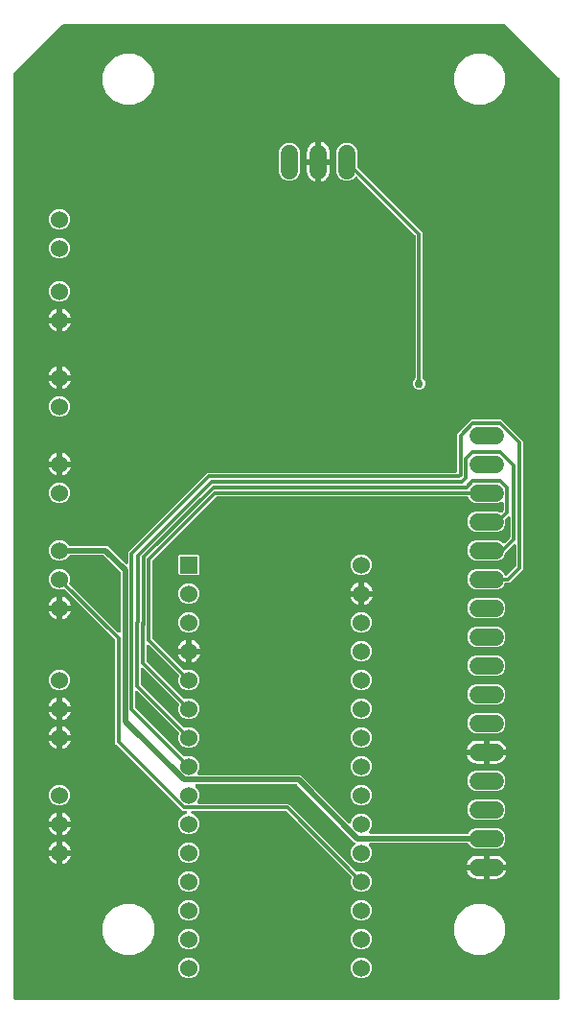
<source format=gbr>
G04 EAGLE Gerber X2 export*
%TF.Part,Single*%
%TF.FileFunction,Copper,L2,Bot,Mixed*%
%TF.FilePolarity,Positive*%
%TF.GenerationSoftware,Autodesk,EAGLE,9.1.1*%
%TF.CreationDate,2018-08-04T18:42:35Z*%
G75*
%MOMM*%
%FSLAX34Y34*%
%LPD*%
%AMOC8*
5,1,8,0,0,1.08239X$1,22.5*%
G01*
%ADD10C,1.524000*%
%ADD11C,1.524000*%
%ADD12R,1.524000X1.524000*%
%ADD13C,0.508000*%
%ADD14C,0.304800*%
%ADD15C,0.756400*%

G36*
X491062Y10164D02*
X491062Y10164D01*
X491088Y10162D01*
X491235Y10184D01*
X491382Y10201D01*
X491407Y10209D01*
X491433Y10213D01*
X491571Y10268D01*
X491710Y10318D01*
X491732Y10332D01*
X491757Y10342D01*
X491878Y10427D01*
X492003Y10507D01*
X492021Y10526D01*
X492043Y10541D01*
X492142Y10651D01*
X492245Y10758D01*
X492259Y10780D01*
X492276Y10800D01*
X492348Y10930D01*
X492424Y11057D01*
X492432Y11082D01*
X492445Y11105D01*
X492485Y11248D01*
X492530Y11389D01*
X492532Y11415D01*
X492540Y11440D01*
X492559Y11684D01*
X492559Y822144D01*
X492545Y822270D01*
X492538Y822396D01*
X492525Y822442D01*
X492519Y822490D01*
X492477Y822609D01*
X492442Y822731D01*
X492418Y822773D01*
X492402Y822818D01*
X492333Y822925D01*
X492272Y823035D01*
X492232Y823081D01*
X492213Y823111D01*
X492178Y823145D01*
X492113Y823221D01*
X445321Y870013D01*
X445222Y870092D01*
X445128Y870176D01*
X445086Y870200D01*
X445048Y870230D01*
X444934Y870284D01*
X444823Y870345D01*
X444777Y870358D01*
X444733Y870379D01*
X444610Y870405D01*
X444488Y870440D01*
X444427Y870445D01*
X444392Y870452D01*
X444344Y870451D01*
X444244Y870459D01*
X53596Y870459D01*
X53470Y870445D01*
X53344Y870438D01*
X53298Y870425D01*
X53250Y870419D01*
X53131Y870377D01*
X53009Y870342D01*
X52967Y870318D01*
X52922Y870302D01*
X52815Y870233D01*
X52705Y870172D01*
X52659Y870132D01*
X52629Y870113D01*
X52595Y870078D01*
X52519Y870013D01*
X10607Y828101D01*
X10528Y828002D01*
X10444Y827908D01*
X10420Y827866D01*
X10390Y827828D01*
X10336Y827714D01*
X10275Y827603D01*
X10262Y827557D01*
X10241Y827513D01*
X10215Y827390D01*
X10180Y827268D01*
X10175Y827207D01*
X10168Y827172D01*
X10169Y827124D01*
X10161Y827024D01*
X10161Y11684D01*
X10164Y11658D01*
X10162Y11632D01*
X10184Y11485D01*
X10201Y11338D01*
X10209Y11313D01*
X10213Y11287D01*
X10268Y11149D01*
X10318Y11010D01*
X10332Y10988D01*
X10342Y10963D01*
X10427Y10842D01*
X10507Y10717D01*
X10526Y10699D01*
X10541Y10677D01*
X10651Y10578D01*
X10758Y10475D01*
X10780Y10461D01*
X10800Y10444D01*
X10930Y10372D01*
X11057Y10296D01*
X11082Y10288D01*
X11105Y10275D01*
X11248Y10235D01*
X11389Y10190D01*
X11415Y10188D01*
X11440Y10180D01*
X11684Y10161D01*
X491036Y10161D01*
X491062Y10164D01*
G37*
%LPC*%
G36*
X315681Y105155D02*
X315681Y105155D01*
X312320Y106548D01*
X309748Y109120D01*
X308355Y112481D01*
X308355Y116119D01*
X308849Y117310D01*
X308870Y117383D01*
X308900Y117454D01*
X308917Y117550D01*
X308944Y117645D01*
X308948Y117721D01*
X308962Y117797D01*
X308956Y117895D01*
X308961Y117993D01*
X308948Y118068D01*
X308944Y118145D01*
X308916Y118239D01*
X308899Y118336D01*
X308868Y118406D01*
X308847Y118480D01*
X308799Y118565D01*
X308760Y118656D01*
X308714Y118717D01*
X308677Y118784D01*
X308580Y118897D01*
X308552Y118935D01*
X308537Y118948D01*
X308518Y118970D01*
X251151Y176337D01*
X251052Y176416D01*
X250958Y176500D01*
X250916Y176524D01*
X250878Y176554D01*
X250764Y176608D01*
X250653Y176669D01*
X250607Y176682D01*
X250563Y176703D01*
X250440Y176729D01*
X250318Y176764D01*
X250257Y176769D01*
X250222Y176776D01*
X250174Y176775D01*
X250074Y176783D01*
X168448Y176783D01*
X168398Y176778D01*
X168348Y176780D01*
X168226Y176758D01*
X168102Y176743D01*
X168055Y176726D01*
X168005Y176717D01*
X167891Y176668D01*
X167774Y176626D01*
X167732Y176599D01*
X167685Y176579D01*
X167586Y176504D01*
X167481Y176437D01*
X167446Y176401D01*
X167406Y176371D01*
X167326Y176276D01*
X167239Y176186D01*
X167213Y176143D01*
X167181Y176105D01*
X167124Y175994D01*
X167060Y175887D01*
X167045Y175839D01*
X167022Y175794D01*
X166992Y175674D01*
X166954Y175555D01*
X166950Y175505D01*
X166938Y175456D01*
X166936Y175332D01*
X166926Y175208D01*
X166933Y175158D01*
X166933Y175108D01*
X166959Y174986D01*
X166978Y174863D01*
X166996Y174816D01*
X167007Y174767D01*
X167060Y174655D01*
X167106Y174539D01*
X167135Y174498D01*
X167157Y174452D01*
X167234Y174355D01*
X167305Y174253D01*
X167343Y174219D01*
X167374Y174180D01*
X167472Y174103D01*
X167564Y174020D01*
X167608Y173995D01*
X167648Y173964D01*
X167865Y173853D01*
X170280Y172853D01*
X172852Y170280D01*
X174245Y166919D01*
X174245Y163281D01*
X172852Y159920D01*
X170280Y157348D01*
X166919Y155955D01*
X163281Y155955D01*
X159920Y157348D01*
X157348Y159920D01*
X155955Y163281D01*
X155955Y166919D01*
X157348Y170280D01*
X159920Y172853D01*
X162335Y173853D01*
X162379Y173877D01*
X162426Y173894D01*
X162531Y173962D01*
X162639Y174022D01*
X162676Y174056D01*
X162719Y174083D01*
X162805Y174173D01*
X162897Y174256D01*
X162926Y174298D01*
X162961Y174334D01*
X163025Y174441D01*
X163096Y174543D01*
X163114Y174590D01*
X163140Y174633D01*
X163178Y174751D01*
X163223Y174867D01*
X163231Y174917D01*
X163246Y174965D01*
X163256Y175089D01*
X163274Y175212D01*
X163270Y175262D01*
X163274Y175312D01*
X163256Y175435D01*
X163245Y175559D01*
X163230Y175607D01*
X163222Y175657D01*
X163176Y175772D01*
X163138Y175891D01*
X163112Y175934D01*
X163094Y175981D01*
X163023Y176083D01*
X162959Y176189D01*
X162923Y176226D01*
X162895Y176267D01*
X162802Y176350D01*
X162716Y176439D01*
X162673Y176467D01*
X162636Y176500D01*
X162527Y176560D01*
X162422Y176628D01*
X162375Y176645D01*
X162331Y176669D01*
X162211Y176703D01*
X162094Y176744D01*
X162044Y176750D01*
X161995Y176764D01*
X161752Y176783D01*
X159418Y176783D01*
X100075Y236126D01*
X100075Y326782D01*
X100061Y326908D01*
X100054Y327034D01*
X100041Y327080D01*
X100035Y327128D01*
X99993Y327247D01*
X99958Y327369D01*
X99934Y327411D01*
X99918Y327457D01*
X99849Y327563D01*
X99788Y327673D01*
X99748Y327719D01*
X99729Y327749D01*
X99694Y327783D01*
X99629Y327859D01*
X55470Y372018D01*
X55410Y372066D01*
X55357Y372121D01*
X55274Y372174D01*
X55197Y372235D01*
X55128Y372268D01*
X55064Y372309D01*
X54971Y372342D01*
X54882Y372384D01*
X54807Y372400D01*
X54735Y372426D01*
X54637Y372437D01*
X54541Y372457D01*
X54465Y372456D01*
X54389Y372465D01*
X54291Y372453D01*
X54193Y372451D01*
X54119Y372433D01*
X54043Y372424D01*
X53901Y372378D01*
X53855Y372366D01*
X53838Y372358D01*
X53810Y372349D01*
X52619Y371855D01*
X48981Y371855D01*
X45620Y373248D01*
X43048Y375820D01*
X41655Y379181D01*
X41655Y382819D01*
X43048Y386180D01*
X45620Y388752D01*
X48981Y390145D01*
X52619Y390145D01*
X55980Y388752D01*
X58552Y386180D01*
X59945Y382819D01*
X59945Y379181D01*
X59451Y377990D01*
X59430Y377917D01*
X59400Y377846D01*
X59383Y377750D01*
X59356Y377655D01*
X59352Y377579D01*
X59338Y377503D01*
X59344Y377405D01*
X59339Y377307D01*
X59352Y377232D01*
X59356Y377155D01*
X59384Y377061D01*
X59401Y376964D01*
X59432Y376894D01*
X59453Y376820D01*
X59501Y376735D01*
X59540Y376644D01*
X59586Y376583D01*
X59623Y376516D01*
X59720Y376403D01*
X59748Y376365D01*
X59763Y376352D01*
X59782Y376330D01*
X102047Y334065D01*
X102125Y334002D01*
X102198Y333932D01*
X102262Y333894D01*
X102320Y333848D01*
X102411Y333805D01*
X102497Y333754D01*
X102568Y333731D01*
X102635Y333699D01*
X102733Y333678D01*
X102829Y333647D01*
X102903Y333641D01*
X102976Y333626D01*
X103076Y333627D01*
X103176Y333619D01*
X103250Y333630D01*
X103324Y333632D01*
X103421Y333656D01*
X103521Y333671D01*
X103590Y333699D01*
X103662Y333717D01*
X103752Y333763D01*
X103845Y333800D01*
X103906Y333842D01*
X103972Y333876D01*
X104049Y333942D01*
X104131Y333999D01*
X104181Y334054D01*
X104237Y334102D01*
X104297Y334183D01*
X104364Y334258D01*
X104400Y334323D01*
X104445Y334382D01*
X104484Y334475D01*
X104533Y334563D01*
X104553Y334634D01*
X104583Y334702D01*
X104600Y334801D01*
X104628Y334898D01*
X104636Y334998D01*
X104644Y335045D01*
X104642Y335081D01*
X104647Y335142D01*
X104647Y386813D01*
X104633Y386939D01*
X104626Y387065D01*
X104613Y387112D01*
X104607Y387160D01*
X104565Y387279D01*
X104530Y387400D01*
X104506Y387442D01*
X104490Y387488D01*
X104421Y387594D01*
X104360Y387704D01*
X104320Y387750D01*
X104301Y387780D01*
X104266Y387814D01*
X104201Y387890D01*
X90202Y401889D01*
X90103Y401968D01*
X90010Y402052D01*
X89967Y402076D01*
X89929Y402106D01*
X89815Y402160D01*
X89705Y402221D01*
X89658Y402234D01*
X89614Y402255D01*
X89491Y402281D01*
X89369Y402316D01*
X89308Y402321D01*
X89274Y402328D01*
X89226Y402327D01*
X89125Y402335D01*
X60032Y402335D01*
X59956Y402327D01*
X59880Y402328D01*
X59784Y402307D01*
X59686Y402295D01*
X59614Y402270D01*
X59539Y402253D01*
X59451Y402211D01*
X59358Y402178D01*
X59294Y402136D01*
X59225Y402104D01*
X59148Y402042D01*
X59065Y401989D01*
X59012Y401934D01*
X58952Y401886D01*
X58891Y401809D01*
X58823Y401738D01*
X58784Y401673D01*
X58736Y401613D01*
X58668Y401480D01*
X58644Y401439D01*
X58638Y401421D01*
X58625Y401395D01*
X58553Y401220D01*
X55980Y398648D01*
X52619Y397255D01*
X48981Y397255D01*
X45620Y398648D01*
X43048Y401220D01*
X41655Y404581D01*
X41655Y408219D01*
X43048Y411580D01*
X45620Y414152D01*
X48981Y415545D01*
X52619Y415545D01*
X55980Y414152D01*
X58553Y411580D01*
X58625Y411405D01*
X58662Y411338D01*
X58690Y411267D01*
X58747Y411186D01*
X58794Y411100D01*
X58846Y411044D01*
X58889Y410981D01*
X58962Y410915D01*
X59028Y410842D01*
X59091Y410799D01*
X59148Y410748D01*
X59234Y410700D01*
X59315Y410644D01*
X59386Y410616D01*
X59453Y410579D01*
X59548Y410552D01*
X59639Y410516D01*
X59715Y410505D01*
X59789Y410484D01*
X59937Y410472D01*
X59984Y410465D01*
X60003Y410467D01*
X60032Y410465D01*
X93124Y410465D01*
X108651Y394937D01*
X108729Y394875D01*
X108802Y394805D01*
X108866Y394767D01*
X108924Y394721D01*
X109015Y394678D01*
X109101Y394626D01*
X109172Y394604D01*
X109239Y394572D01*
X109337Y394551D01*
X109433Y394520D01*
X109507Y394514D01*
X109580Y394499D01*
X109680Y394500D01*
X109780Y394492D01*
X109854Y394503D01*
X109928Y394505D01*
X110025Y394529D01*
X110125Y394544D01*
X110194Y394571D01*
X110266Y394590D01*
X110356Y394636D01*
X110449Y394673D01*
X110510Y394715D01*
X110576Y394749D01*
X110653Y394814D01*
X110735Y394872D01*
X110785Y394927D01*
X110841Y394975D01*
X110901Y395056D01*
X110968Y395130D01*
X111004Y395195D01*
X111049Y395255D01*
X111088Y395347D01*
X111137Y395435D01*
X111157Y395507D01*
X111187Y395575D01*
X111204Y395674D01*
X111232Y395771D01*
X111240Y395871D01*
X111248Y395918D01*
X111246Y395954D01*
X111251Y396015D01*
X111251Y405123D01*
X181109Y474981D01*
X400468Y474981D01*
X400494Y474984D01*
X400520Y474982D01*
X400667Y475004D01*
X400814Y475021D01*
X400839Y475029D01*
X400865Y475033D01*
X401003Y475088D01*
X401142Y475138D01*
X401164Y475152D01*
X401189Y475162D01*
X401310Y475247D01*
X401435Y475327D01*
X401453Y475346D01*
X401475Y475361D01*
X401574Y475471D01*
X401677Y475578D01*
X401691Y475600D01*
X401708Y475620D01*
X401780Y475750D01*
X401856Y475877D01*
X401864Y475902D01*
X401877Y475925D01*
X401917Y476068D01*
X401962Y476209D01*
X401964Y476235D01*
X401972Y476260D01*
X401991Y476504D01*
X401991Y509110D01*
X404223Y511342D01*
X412366Y519485D01*
X414598Y521717D01*
X441202Y521717D01*
X443434Y519485D01*
X458017Y504902D01*
X460249Y502670D01*
X460249Y389897D01*
X448303Y377951D01*
X445173Y377951D01*
X445097Y377943D01*
X445021Y377944D01*
X444925Y377923D01*
X444827Y377911D01*
X444755Y377886D01*
X444680Y377869D01*
X444592Y377827D01*
X444499Y377794D01*
X444435Y377752D01*
X444366Y377720D01*
X444289Y377658D01*
X444206Y377605D01*
X444153Y377550D01*
X444093Y377502D01*
X444032Y377425D01*
X443964Y377354D01*
X443925Y377289D01*
X443877Y377229D01*
X443809Y377095D01*
X443785Y377055D01*
X443779Y377037D01*
X443766Y377011D01*
X443273Y375820D01*
X440700Y373248D01*
X437339Y371855D01*
X418461Y371855D01*
X415100Y373248D01*
X412528Y375820D01*
X411135Y379181D01*
X411135Y382819D01*
X412528Y386180D01*
X415100Y388752D01*
X418461Y390145D01*
X437339Y390145D01*
X440700Y388752D01*
X443273Y386180D01*
X443758Y385008D01*
X443831Y384877D01*
X443900Y384743D01*
X443915Y384725D01*
X443927Y384703D01*
X444028Y384592D01*
X444126Y384478D01*
X444145Y384463D01*
X444161Y384445D01*
X444285Y384360D01*
X444406Y384270D01*
X444428Y384261D01*
X444448Y384247D01*
X444588Y384192D01*
X444726Y384132D01*
X444750Y384128D01*
X444772Y384119D01*
X444921Y384097D01*
X445069Y384071D01*
X445093Y384072D01*
X445117Y384069D01*
X445267Y384081D01*
X445417Y384089D01*
X445440Y384095D01*
X445464Y384097D01*
X445607Y384144D01*
X445752Y384185D01*
X445773Y384197D01*
X445796Y384205D01*
X445925Y384282D01*
X446056Y384355D01*
X446078Y384374D01*
X446095Y384384D01*
X446129Y384417D01*
X446242Y384514D01*
X453705Y391977D01*
X453784Y392076D01*
X453868Y392170D01*
X453892Y392212D01*
X453922Y392250D01*
X453976Y392364D01*
X454037Y392475D01*
X454050Y392521D01*
X454071Y392565D01*
X454097Y392688D01*
X454132Y392810D01*
X454137Y392871D01*
X454144Y392906D01*
X454143Y392954D01*
X454151Y393054D01*
X454151Y410602D01*
X454140Y410702D01*
X454138Y410802D01*
X454120Y410875D01*
X454111Y410948D01*
X454078Y411043D01*
X454053Y411140D01*
X454019Y411207D01*
X453994Y411277D01*
X453939Y411361D01*
X453893Y411450D01*
X453845Y411507D01*
X453805Y411569D01*
X453733Y411639D01*
X453668Y411716D01*
X453608Y411760D01*
X453554Y411812D01*
X453468Y411863D01*
X453387Y411923D01*
X453319Y411952D01*
X453255Y411990D01*
X453159Y412021D01*
X453067Y412061D01*
X452994Y412074D01*
X452923Y412097D01*
X452823Y412105D01*
X452724Y412122D01*
X452650Y412119D01*
X452576Y412125D01*
X452476Y412110D01*
X452376Y412105D01*
X452305Y412084D01*
X452231Y412073D01*
X452138Y412036D01*
X452041Y412008D01*
X451976Y411972D01*
X451907Y411944D01*
X451825Y411887D01*
X451737Y411838D01*
X451661Y411773D01*
X451621Y411745D01*
X451597Y411719D01*
X451551Y411679D01*
X445455Y405583D01*
X445029Y405157D01*
X445028Y405156D01*
X445026Y405155D01*
X444917Y405017D01*
X444812Y404884D01*
X444812Y404883D01*
X444810Y404881D01*
X444699Y404663D01*
X443273Y401220D01*
X440700Y398648D01*
X437339Y397255D01*
X418461Y397255D01*
X415100Y398648D01*
X412528Y401220D01*
X411135Y404581D01*
X411135Y408219D01*
X412528Y411580D01*
X415100Y414152D01*
X418461Y415545D01*
X437339Y415545D01*
X440700Y414153D01*
X441973Y412879D01*
X441994Y412863D01*
X442011Y412843D01*
X442130Y412755D01*
X442246Y412663D01*
X442270Y412651D01*
X442291Y412636D01*
X442427Y412577D01*
X442562Y412514D01*
X442587Y412508D01*
X442611Y412498D01*
X442757Y412471D01*
X442902Y412440D01*
X442928Y412441D01*
X442954Y412436D01*
X443103Y412444D01*
X443251Y412446D01*
X443276Y412453D01*
X443302Y412454D01*
X443445Y412495D01*
X443589Y412531D01*
X443612Y412543D01*
X443637Y412551D01*
X443767Y412623D01*
X443898Y412691D01*
X443918Y412708D01*
X443941Y412721D01*
X444128Y412879D01*
X448625Y417377D01*
X448704Y417476D01*
X448788Y417570D01*
X448812Y417612D01*
X448842Y417650D01*
X448896Y417764D01*
X448957Y417875D01*
X448970Y417921D01*
X448991Y417965D01*
X449017Y418088D01*
X449052Y418210D01*
X449057Y418271D01*
X449064Y418306D01*
X449063Y418354D01*
X449071Y418454D01*
X449071Y435166D01*
X449069Y435185D01*
X449070Y435200D01*
X449060Y435271D01*
X449058Y435366D01*
X449040Y435439D01*
X449031Y435512D01*
X448998Y435607D01*
X448973Y435704D01*
X448939Y435771D01*
X448914Y435841D01*
X448859Y435925D01*
X448813Y436014D01*
X448765Y436071D01*
X448725Y436133D01*
X448653Y436203D01*
X448588Y436280D01*
X448528Y436324D01*
X448474Y436376D01*
X448388Y436427D01*
X448307Y436487D01*
X448239Y436516D01*
X448175Y436554D01*
X448079Y436585D01*
X447987Y436625D01*
X447914Y436638D01*
X447843Y436661D01*
X447743Y436669D01*
X447644Y436686D01*
X447570Y436683D01*
X447496Y436689D01*
X447396Y436674D01*
X447296Y436669D01*
X447225Y436648D01*
X447151Y436637D01*
X447058Y436600D01*
X446961Y436572D01*
X446896Y436536D01*
X446827Y436508D01*
X446745Y436451D01*
X446657Y436402D01*
X446581Y436337D01*
X446572Y436331D01*
X446562Y436324D01*
X446561Y436323D01*
X446541Y436309D01*
X446517Y436283D01*
X446471Y436243D01*
X445111Y434883D01*
X445032Y434784D01*
X444948Y434690D01*
X444924Y434648D01*
X444894Y434610D01*
X444840Y434496D01*
X444779Y434385D01*
X444766Y434339D01*
X444745Y434295D01*
X444719Y434172D01*
X444684Y434050D01*
X444679Y433989D01*
X444672Y433955D01*
X444673Y433907D01*
X444665Y433806D01*
X444665Y429981D01*
X443272Y426620D01*
X440700Y424048D01*
X437339Y422655D01*
X418461Y422655D01*
X415100Y424048D01*
X412528Y426620D01*
X411135Y429981D01*
X411135Y433619D01*
X412528Y436980D01*
X415100Y439552D01*
X418461Y440945D01*
X437339Y440945D01*
X440083Y439808D01*
X440156Y439787D01*
X440226Y439757D01*
X440323Y439740D01*
X440418Y439713D01*
X440494Y439709D01*
X440569Y439695D01*
X440668Y439700D01*
X440766Y439696D01*
X440841Y439709D01*
X440918Y439713D01*
X441012Y439740D01*
X441109Y439758D01*
X441179Y439789D01*
X441252Y439810D01*
X441338Y439858D01*
X441429Y439897D01*
X441490Y439943D01*
X441557Y439980D01*
X441646Y440056D01*
X441658Y440064D01*
X441671Y440077D01*
X441708Y440105D01*
X441721Y440120D01*
X441743Y440138D01*
X442693Y441089D01*
X442772Y441188D01*
X442856Y441282D01*
X442880Y441324D01*
X442910Y441362D01*
X442964Y441476D01*
X443025Y441587D01*
X443038Y441633D01*
X443059Y441677D01*
X443085Y441800D01*
X443120Y441922D01*
X443125Y441983D01*
X443132Y442018D01*
X443131Y442066D01*
X443139Y442166D01*
X443139Y448209D01*
X443128Y448309D01*
X443126Y448410D01*
X443108Y448482D01*
X443099Y448555D01*
X443065Y448650D01*
X443041Y448748D01*
X443007Y448814D01*
X442982Y448884D01*
X442927Y448968D01*
X442881Y449058D01*
X442833Y449114D01*
X442793Y449176D01*
X442720Y449246D01*
X442655Y449323D01*
X442596Y449367D01*
X442542Y449419D01*
X442456Y449470D01*
X442375Y449530D01*
X442307Y449559D01*
X442243Y449597D01*
X442147Y449628D01*
X442055Y449668D01*
X441982Y449681D01*
X441911Y449704D01*
X441811Y449712D01*
X441712Y449729D01*
X441638Y449726D01*
X441564Y449732D01*
X441464Y449717D01*
X441364Y449711D01*
X441293Y449691D01*
X441219Y449680D01*
X441126Y449643D01*
X441029Y449615D01*
X440964Y449579D01*
X440895Y449551D01*
X440814Y449495D01*
X437339Y448055D01*
X418461Y448055D01*
X415100Y449448D01*
X412527Y452020D01*
X412034Y453211D01*
X411997Y453278D01*
X411969Y453349D01*
X411913Y453430D01*
X411865Y453516D01*
X411813Y453572D01*
X411770Y453635D01*
X411697Y453701D01*
X411631Y453774D01*
X411568Y453817D01*
X411511Y453868D01*
X411425Y453916D01*
X411344Y453972D01*
X411273Y454000D01*
X411206Y454037D01*
X411111Y454064D01*
X411020Y454100D01*
X410944Y454111D01*
X410871Y454132D01*
X410722Y454144D01*
X410675Y454151D01*
X410656Y454149D01*
X410627Y454151D01*
X189854Y454151D01*
X189728Y454137D01*
X189602Y454130D01*
X189556Y454117D01*
X189508Y454111D01*
X189389Y454069D01*
X189267Y454034D01*
X189225Y454010D01*
X189179Y453994D01*
X189073Y453925D01*
X188963Y453864D01*
X188917Y453824D01*
X188887Y453805D01*
X188853Y453770D01*
X188777Y453705D01*
X133035Y397963D01*
X132956Y397864D01*
X132872Y397770D01*
X132848Y397728D01*
X132818Y397690D01*
X132764Y397576D01*
X132703Y397465D01*
X132690Y397419D01*
X132669Y397375D01*
X132643Y397252D01*
X132608Y397130D01*
X132603Y397069D01*
X132596Y397035D01*
X132597Y396987D01*
X132589Y396886D01*
X132589Y329554D01*
X132603Y329428D01*
X132610Y329302D01*
X132623Y329256D01*
X132629Y329208D01*
X132671Y329089D01*
X132706Y328967D01*
X132730Y328925D01*
X132746Y328879D01*
X132815Y328773D01*
X132876Y328663D01*
X132916Y328617D01*
X132935Y328587D01*
X132970Y328553D01*
X133035Y328477D01*
X160430Y301082D01*
X160490Y301034D01*
X160543Y300979D01*
X160626Y300926D01*
X160703Y300865D01*
X160772Y300832D01*
X160836Y300791D01*
X160929Y300758D01*
X161018Y300716D01*
X161093Y300700D01*
X161165Y300674D01*
X161263Y300663D01*
X161359Y300643D01*
X161435Y300644D01*
X161511Y300635D01*
X161609Y300647D01*
X161707Y300649D01*
X161781Y300667D01*
X161857Y300676D01*
X161999Y300722D01*
X162045Y300734D01*
X162062Y300742D01*
X162090Y300751D01*
X163281Y301245D01*
X166919Y301245D01*
X170280Y299852D01*
X172852Y297280D01*
X174245Y293919D01*
X174245Y290281D01*
X172852Y286920D01*
X170280Y284348D01*
X166919Y282955D01*
X163281Y282955D01*
X159920Y284348D01*
X157348Y286920D01*
X155955Y290281D01*
X155955Y293919D01*
X156449Y295110D01*
X156470Y295183D01*
X156500Y295254D01*
X156517Y295350D01*
X156544Y295445D01*
X156548Y295521D01*
X156562Y295597D01*
X156556Y295695D01*
X156561Y295793D01*
X156548Y295868D01*
X156544Y295945D01*
X156516Y296039D01*
X156499Y296136D01*
X156468Y296206D01*
X156447Y296280D01*
X156399Y296365D01*
X156360Y296456D01*
X156314Y296517D01*
X156277Y296584D01*
X156180Y296697D01*
X156152Y296735D01*
X156137Y296748D01*
X156118Y296770D01*
X130109Y322779D01*
X130031Y322842D01*
X129958Y322912D01*
X129894Y322950D01*
X129836Y322996D01*
X129745Y323039D01*
X129659Y323090D01*
X129588Y323113D01*
X129521Y323145D01*
X129423Y323166D01*
X129327Y323197D01*
X129253Y323203D01*
X129180Y323218D01*
X129080Y323217D01*
X128980Y323225D01*
X128906Y323214D01*
X128832Y323212D01*
X128735Y323188D01*
X128635Y323173D01*
X128566Y323145D01*
X128494Y323127D01*
X128404Y323081D01*
X128311Y323044D01*
X128250Y323002D01*
X128184Y322968D01*
X128107Y322902D01*
X128025Y322845D01*
X127975Y322790D01*
X127919Y322742D01*
X127859Y322661D01*
X127792Y322586D01*
X127756Y322521D01*
X127711Y322462D01*
X127672Y322369D01*
X127623Y322281D01*
X127603Y322210D01*
X127573Y322142D01*
X127556Y322043D01*
X127528Y321946D01*
X127520Y321846D01*
X127512Y321799D01*
X127514Y321763D01*
X127509Y321702D01*
X127509Y309234D01*
X127523Y309108D01*
X127530Y308982D01*
X127543Y308936D01*
X127549Y308888D01*
X127591Y308769D01*
X127626Y308647D01*
X127650Y308605D01*
X127666Y308559D01*
X127735Y308453D01*
X127796Y308343D01*
X127836Y308297D01*
X127855Y308267D01*
X127890Y308233D01*
X127955Y308157D01*
X160430Y275682D01*
X160490Y275634D01*
X160543Y275579D01*
X160626Y275526D01*
X160703Y275465D01*
X160772Y275432D01*
X160836Y275391D01*
X160929Y275358D01*
X161018Y275316D01*
X161093Y275300D01*
X161165Y275274D01*
X161263Y275263D01*
X161359Y275243D01*
X161435Y275244D01*
X161511Y275235D01*
X161609Y275247D01*
X161707Y275249D01*
X161781Y275267D01*
X161857Y275276D01*
X161999Y275322D01*
X162045Y275334D01*
X162062Y275342D01*
X162090Y275351D01*
X163281Y275845D01*
X166919Y275845D01*
X170280Y274452D01*
X172852Y271880D01*
X174245Y268519D01*
X174245Y264881D01*
X172852Y261520D01*
X170280Y258948D01*
X166919Y257555D01*
X163281Y257555D01*
X159920Y258948D01*
X157348Y261520D01*
X155955Y264881D01*
X155955Y268519D01*
X156449Y269710D01*
X156470Y269784D01*
X156500Y269854D01*
X156517Y269950D01*
X156544Y270045D01*
X156548Y270121D01*
X156562Y270197D01*
X156556Y270295D01*
X156561Y270393D01*
X156548Y270468D01*
X156544Y270545D01*
X156516Y270639D01*
X156499Y270736D01*
X156468Y270806D01*
X156447Y270880D01*
X156399Y270965D01*
X156360Y271056D01*
X156314Y271117D01*
X156277Y271184D01*
X156180Y271298D01*
X156152Y271335D01*
X156137Y271348D01*
X156118Y271370D01*
X125029Y302459D01*
X124951Y302522D01*
X124878Y302592D01*
X124814Y302630D01*
X124756Y302676D01*
X124665Y302719D01*
X124579Y302770D01*
X124508Y302793D01*
X124441Y302825D01*
X124343Y302846D01*
X124247Y302877D01*
X124173Y302883D01*
X124100Y302898D01*
X124000Y302897D01*
X123900Y302905D01*
X123826Y302894D01*
X123752Y302892D01*
X123655Y302868D01*
X123555Y302853D01*
X123486Y302825D01*
X123414Y302807D01*
X123324Y302761D01*
X123231Y302724D01*
X123170Y302682D01*
X123104Y302648D01*
X123027Y302582D01*
X122945Y302525D01*
X122895Y302470D01*
X122839Y302422D01*
X122779Y302341D01*
X122712Y302266D01*
X122676Y302201D01*
X122631Y302142D01*
X122592Y302049D01*
X122543Y301961D01*
X122523Y301890D01*
X122493Y301822D01*
X122476Y301723D01*
X122448Y301626D01*
X122440Y301526D01*
X122432Y301479D01*
X122434Y301443D01*
X122429Y301382D01*
X122429Y288914D01*
X122432Y288888D01*
X122430Y288863D01*
X122444Y288765D01*
X122450Y288662D01*
X122463Y288616D01*
X122469Y288568D01*
X122478Y288542D01*
X122481Y288519D01*
X122517Y288430D01*
X122546Y288327D01*
X122570Y288285D01*
X122586Y288239D01*
X122602Y288215D01*
X122610Y288195D01*
X122663Y288119D01*
X122716Y288023D01*
X122756Y287977D01*
X122775Y287947D01*
X122798Y287925D01*
X122809Y287909D01*
X122829Y287890D01*
X122875Y287837D01*
X160430Y250282D01*
X160490Y250234D01*
X160543Y250179D01*
X160626Y250126D01*
X160703Y250065D01*
X160772Y250032D01*
X160836Y249991D01*
X160929Y249958D01*
X161018Y249916D01*
X161093Y249900D01*
X161165Y249874D01*
X161263Y249863D01*
X161359Y249843D01*
X161435Y249844D01*
X161511Y249835D01*
X161609Y249847D01*
X161707Y249849D01*
X161781Y249867D01*
X161857Y249876D01*
X161999Y249922D01*
X162045Y249934D01*
X162062Y249942D01*
X162090Y249951D01*
X163281Y250445D01*
X166919Y250445D01*
X170280Y249052D01*
X172852Y246480D01*
X174245Y243119D01*
X174245Y239481D01*
X172852Y236120D01*
X170280Y233548D01*
X166919Y232155D01*
X163281Y232155D01*
X159920Y233548D01*
X157348Y236120D01*
X155955Y239481D01*
X155955Y243119D01*
X156449Y244310D01*
X156470Y244383D01*
X156500Y244454D01*
X156517Y244550D01*
X156544Y244645D01*
X156548Y244721D01*
X156562Y244797D01*
X156556Y244895D01*
X156561Y244993D01*
X156548Y245068D01*
X156544Y245145D01*
X156516Y245239D01*
X156499Y245336D01*
X156468Y245406D01*
X156447Y245480D01*
X156399Y245565D01*
X156360Y245656D01*
X156314Y245717D01*
X156277Y245784D01*
X156180Y245897D01*
X156152Y245935D01*
X156137Y245948D01*
X156118Y245970D01*
X119949Y282139D01*
X119871Y282202D01*
X119798Y282272D01*
X119734Y282310D01*
X119676Y282356D01*
X119585Y282399D01*
X119499Y282450D01*
X119428Y282473D01*
X119361Y282505D01*
X119263Y282526D01*
X119167Y282557D01*
X119093Y282563D01*
X119020Y282578D01*
X118920Y282577D01*
X118820Y282585D01*
X118746Y282574D01*
X118672Y282572D01*
X118575Y282548D01*
X118475Y282533D01*
X118406Y282505D01*
X118334Y282487D01*
X118244Y282441D01*
X118151Y282404D01*
X118090Y282362D01*
X118024Y282328D01*
X117947Y282262D01*
X117865Y282205D01*
X117815Y282150D01*
X117759Y282102D01*
X117699Y282021D01*
X117632Y281946D01*
X117596Y281881D01*
X117551Y281822D01*
X117512Y281729D01*
X117463Y281641D01*
X117443Y281570D01*
X117413Y281502D01*
X117396Y281403D01*
X117368Y281306D01*
X117360Y281206D01*
X117352Y281159D01*
X117354Y281123D01*
X117349Y281062D01*
X117349Y268594D01*
X117363Y268468D01*
X117370Y268342D01*
X117383Y268296D01*
X117389Y268248D01*
X117431Y268129D01*
X117466Y268007D01*
X117490Y267965D01*
X117506Y267919D01*
X117575Y267813D01*
X117636Y267703D01*
X117676Y267657D01*
X117695Y267627D01*
X117730Y267593D01*
X117795Y267517D01*
X160430Y224882D01*
X160490Y224834D01*
X160543Y224779D01*
X160626Y224726D01*
X160703Y224665D01*
X160772Y224632D01*
X160836Y224591D01*
X160929Y224558D01*
X161018Y224516D01*
X161093Y224500D01*
X161165Y224474D01*
X161263Y224463D01*
X161359Y224443D01*
X161435Y224444D01*
X161511Y224435D01*
X161609Y224447D01*
X161707Y224449D01*
X161781Y224467D01*
X161857Y224476D01*
X161999Y224522D01*
X162045Y224534D01*
X162062Y224542D01*
X162090Y224551D01*
X163281Y225045D01*
X166919Y225045D01*
X170280Y223652D01*
X172852Y221080D01*
X174245Y217719D01*
X174245Y214081D01*
X172816Y210632D01*
X172797Y210608D01*
X172754Y210517D01*
X172703Y210431D01*
X172680Y210361D01*
X172648Y210293D01*
X172627Y210195D01*
X172596Y210099D01*
X172590Y210025D01*
X172575Y209953D01*
X172576Y209852D01*
X172568Y209752D01*
X172579Y209678D01*
X172581Y209604D01*
X172605Y209507D01*
X172620Y209407D01*
X172648Y209338D01*
X172666Y209266D01*
X172712Y209177D01*
X172749Y209083D01*
X172791Y209022D01*
X172825Y208956D01*
X172890Y208880D01*
X172948Y208797D01*
X173003Y208747D01*
X173051Y208691D01*
X173132Y208631D01*
X173207Y208564D01*
X173271Y208528D01*
X173331Y208484D01*
X173423Y208444D01*
X173512Y208395D01*
X173583Y208375D01*
X173651Y208346D01*
X173750Y208328D01*
X173847Y208300D01*
X173947Y208292D01*
X173994Y208284D01*
X174030Y208286D01*
X174091Y208281D01*
X263544Y208281D01*
X266371Y205454D01*
X305755Y166070D01*
X305833Y166007D01*
X305906Y165938D01*
X305970Y165899D01*
X306028Y165853D01*
X306119Y165810D01*
X306205Y165759D01*
X306276Y165736D01*
X306343Y165704D01*
X306441Y165683D01*
X306537Y165653D01*
X306611Y165647D01*
X306684Y165631D01*
X306784Y165633D01*
X306884Y165625D01*
X306958Y165636D01*
X307032Y165637D01*
X307129Y165661D01*
X307229Y165676D01*
X307298Y165704D01*
X307370Y165722D01*
X307460Y165768D01*
X307553Y165805D01*
X307614Y165847D01*
X307680Y165881D01*
X307757Y165947D01*
X307839Y166004D01*
X307889Y166059D01*
X307945Y166107D01*
X308005Y166188D01*
X308072Y166263D01*
X308108Y166328D01*
X308153Y166388D01*
X308192Y166480D01*
X308241Y166568D01*
X308261Y166639D01*
X308291Y166708D01*
X308308Y166805D01*
X309748Y170280D01*
X312320Y172852D01*
X315681Y174245D01*
X319319Y174245D01*
X322680Y172852D01*
X325252Y170280D01*
X326645Y166919D01*
X326645Y163281D01*
X325253Y159920D01*
X324398Y159065D01*
X324335Y158986D01*
X324265Y158914D01*
X324227Y158850D01*
X324181Y158792D01*
X324138Y158701D01*
X324087Y158615D01*
X324064Y158544D01*
X324032Y158477D01*
X324011Y158379D01*
X323980Y158283D01*
X323974Y158209D01*
X323959Y158136D01*
X323960Y158036D01*
X323952Y157936D01*
X323963Y157862D01*
X323965Y157788D01*
X323989Y157691D01*
X324004Y157591D01*
X324032Y157522D01*
X324050Y157450D01*
X324096Y157361D01*
X324133Y157267D01*
X324175Y157206D01*
X324209Y157140D01*
X324274Y157064D01*
X324332Y156981D01*
X324387Y156931D01*
X324435Y156875D01*
X324516Y156815D01*
X324591Y156748D01*
X324656Y156712D01*
X324715Y156667D01*
X324808Y156628D01*
X324896Y156579D01*
X324967Y156559D01*
X325035Y156529D01*
X325134Y156512D01*
X325231Y156484D01*
X325331Y156476D01*
X325378Y156468D01*
X325414Y156470D01*
X325475Y156465D01*
X411048Y156465D01*
X411124Y156473D01*
X411200Y156472D01*
X411296Y156493D01*
X411394Y156505D01*
X411466Y156530D01*
X411541Y156547D01*
X411629Y156589D01*
X411722Y156622D01*
X411786Y156664D01*
X411855Y156696D01*
X411932Y156758D01*
X412015Y156811D01*
X412068Y156866D01*
X412128Y156914D01*
X412189Y156991D01*
X412257Y157062D01*
X412296Y157127D01*
X412344Y157187D01*
X412412Y157320D01*
X412436Y157361D01*
X412442Y157379D01*
X412455Y157405D01*
X412527Y157580D01*
X415100Y160152D01*
X418461Y161545D01*
X437339Y161545D01*
X440700Y160152D01*
X443272Y157580D01*
X444665Y154219D01*
X444665Y150581D01*
X443272Y147220D01*
X440700Y144648D01*
X437339Y143255D01*
X418461Y143255D01*
X415100Y144648D01*
X412527Y147220D01*
X412455Y147395D01*
X412418Y147462D01*
X412390Y147533D01*
X412333Y147614D01*
X412286Y147700D01*
X412234Y147756D01*
X412191Y147819D01*
X412118Y147885D01*
X412052Y147958D01*
X411989Y148001D01*
X411932Y148052D01*
X411846Y148100D01*
X411765Y148156D01*
X411694Y148184D01*
X411627Y148221D01*
X411532Y148248D01*
X411441Y148284D01*
X411365Y148295D01*
X411291Y148316D01*
X411143Y148328D01*
X411096Y148335D01*
X411077Y148333D01*
X411048Y148335D01*
X325475Y148335D01*
X325375Y148324D01*
X325275Y148322D01*
X325202Y148304D01*
X325129Y148295D01*
X325034Y148261D01*
X324937Y148237D01*
X324871Y148203D01*
X324800Y148178D01*
X324716Y148123D01*
X324627Y148077D01*
X324570Y148029D01*
X324508Y147989D01*
X324438Y147917D01*
X324361Y147852D01*
X324317Y147792D01*
X324265Y147738D01*
X324214Y147652D01*
X324154Y147571D01*
X324125Y147503D01*
X324087Y147439D01*
X324056Y147343D01*
X324016Y147251D01*
X324003Y147178D01*
X323980Y147107D01*
X323972Y147007D01*
X323955Y146908D01*
X323958Y146834D01*
X323952Y146760D01*
X323967Y146660D01*
X323972Y146560D01*
X323993Y146489D01*
X324004Y146415D01*
X324041Y146322D01*
X324069Y146225D01*
X324105Y146160D01*
X324133Y146091D01*
X324190Y146009D01*
X324239Y145921D01*
X324304Y145845D01*
X324332Y145805D01*
X324358Y145781D01*
X324398Y145735D01*
X325253Y144880D01*
X326645Y141519D01*
X326645Y137881D01*
X325252Y134520D01*
X322680Y131948D01*
X319319Y130555D01*
X315681Y130555D01*
X312320Y131948D01*
X309748Y134520D01*
X308355Y137881D01*
X308355Y141519D01*
X309747Y144880D01*
X311521Y146653D01*
X311537Y146674D01*
X311557Y146691D01*
X311645Y146810D01*
X311737Y146926D01*
X311748Y146950D01*
X311764Y146971D01*
X311823Y147107D01*
X311886Y147241D01*
X311892Y147267D01*
X311902Y147291D01*
X311928Y147437D01*
X311959Y147582D01*
X311959Y147608D01*
X311964Y147634D01*
X311956Y147783D01*
X311953Y147930D01*
X311947Y147956D01*
X311946Y147982D01*
X311905Y148125D01*
X311868Y148268D01*
X311856Y148292D01*
X311849Y148317D01*
X311777Y148447D01*
X311709Y148578D01*
X311692Y148598D01*
X311679Y148621D01*
X311521Y148807D01*
X260623Y199705D01*
X260524Y199784D01*
X260430Y199868D01*
X260388Y199892D01*
X260350Y199922D01*
X260236Y199976D01*
X260125Y200037D01*
X260078Y200050D01*
X260035Y200071D01*
X259911Y200097D01*
X259789Y200132D01*
X259729Y200137D01*
X259694Y200144D01*
X259646Y200143D01*
X259546Y200151D01*
X172059Y200151D01*
X171959Y200140D01*
X171859Y200138D01*
X171786Y200120D01*
X171713Y200111D01*
X171618Y200078D01*
X171521Y200053D01*
X171454Y200019D01*
X171384Y199994D01*
X171300Y199939D01*
X171211Y199893D01*
X171154Y199845D01*
X171092Y199805D01*
X171022Y199733D01*
X170945Y199668D01*
X170901Y199608D01*
X170849Y199554D01*
X170798Y199468D01*
X170738Y199387D01*
X170709Y199319D01*
X170671Y199255D01*
X170640Y199159D01*
X170600Y199067D01*
X170587Y198994D01*
X170564Y198923D01*
X170556Y198823D01*
X170539Y198724D01*
X170542Y198650D01*
X170536Y198576D01*
X170551Y198476D01*
X170556Y198376D01*
X170577Y198305D01*
X170588Y198231D01*
X170625Y198138D01*
X170653Y198041D01*
X170689Y197976D01*
X170717Y197907D01*
X170774Y197825D01*
X170823Y197737D01*
X170888Y197661D01*
X170916Y197621D01*
X170942Y197597D01*
X170982Y197551D01*
X172853Y195680D01*
X174245Y192319D01*
X174245Y188681D01*
X172816Y185232D01*
X172797Y185208D01*
X172754Y185117D01*
X172703Y185031D01*
X172680Y184961D01*
X172648Y184893D01*
X172627Y184795D01*
X172596Y184699D01*
X172590Y184625D01*
X172575Y184553D01*
X172576Y184452D01*
X172568Y184352D01*
X172579Y184278D01*
X172581Y184204D01*
X172605Y184107D01*
X172620Y184007D01*
X172648Y183938D01*
X172666Y183866D01*
X172712Y183777D01*
X172749Y183683D01*
X172791Y183622D01*
X172825Y183556D01*
X172890Y183480D01*
X172948Y183397D01*
X173003Y183347D01*
X173051Y183291D01*
X173132Y183231D01*
X173207Y183164D01*
X173271Y183128D01*
X173331Y183084D01*
X173423Y183044D01*
X173512Y182995D01*
X173583Y182975D01*
X173651Y182946D01*
X173750Y182928D01*
X173847Y182900D01*
X173947Y182892D01*
X173994Y182884D01*
X174030Y182886D01*
X174091Y182881D01*
X253231Y182881D01*
X312830Y123282D01*
X312890Y123234D01*
X312943Y123179D01*
X313026Y123126D01*
X313103Y123065D01*
X313172Y123032D01*
X313236Y122991D01*
X313329Y122958D01*
X313418Y122916D01*
X313493Y122900D01*
X313565Y122874D01*
X313663Y122863D01*
X313759Y122843D01*
X313835Y122844D01*
X313911Y122835D01*
X314009Y122847D01*
X314107Y122849D01*
X314181Y122867D01*
X314257Y122876D01*
X314399Y122922D01*
X314445Y122934D01*
X314462Y122942D01*
X314490Y122951D01*
X315681Y123445D01*
X319319Y123445D01*
X322680Y122052D01*
X325252Y119480D01*
X326645Y116119D01*
X326645Y112481D01*
X325252Y109120D01*
X322680Y106548D01*
X319319Y105155D01*
X315681Y105155D01*
G37*
%LPD*%
%LPC*%
G36*
X367244Y548413D02*
X367244Y548413D01*
X365294Y549221D01*
X363801Y550714D01*
X362993Y552664D01*
X362993Y554776D01*
X363801Y556726D01*
X364805Y557730D01*
X364884Y557829D01*
X364968Y557923D01*
X364992Y557965D01*
X365022Y558003D01*
X365076Y558117D01*
X365137Y558228D01*
X365150Y558274D01*
X365171Y558318D01*
X365197Y558441D01*
X365232Y558563D01*
X365237Y558624D01*
X365244Y558659D01*
X365243Y558707D01*
X365251Y558807D01*
X365251Y683906D01*
X365237Y684032D01*
X365230Y684158D01*
X365217Y684204D01*
X365211Y684252D01*
X365169Y684371D01*
X365134Y684493D01*
X365110Y684535D01*
X365094Y684581D01*
X365025Y684687D01*
X364964Y684797D01*
X364924Y684843D01*
X364905Y684873D01*
X364870Y684907D01*
X364805Y684983D01*
X313998Y735791D01*
X313977Y735807D01*
X313960Y735827D01*
X313841Y735915D01*
X313725Y736007D01*
X313701Y736019D01*
X313680Y736034D01*
X313544Y736093D01*
X313410Y736156D01*
X313384Y736162D01*
X313360Y736172D01*
X313214Y736199D01*
X313069Y736230D01*
X313043Y736229D01*
X313017Y736234D01*
X312868Y736226D01*
X312720Y736224D01*
X312695Y736217D01*
X312669Y736216D01*
X312526Y736175D01*
X312382Y736139D01*
X312359Y736127D01*
X312334Y736119D01*
X312204Y736047D01*
X312073Y735979D01*
X312053Y735962D01*
X312030Y735949D01*
X311843Y735791D01*
X309980Y733927D01*
X306619Y732535D01*
X302981Y732535D01*
X299620Y733928D01*
X297048Y736500D01*
X295655Y739861D01*
X295655Y758739D01*
X297048Y762100D01*
X299620Y764672D01*
X302981Y766065D01*
X306619Y766065D01*
X309980Y764672D01*
X312552Y762100D01*
X313945Y758739D01*
X313945Y745098D01*
X313959Y744972D01*
X313966Y744846D01*
X313979Y744800D01*
X313985Y744752D01*
X314027Y744633D01*
X314062Y744511D01*
X314086Y744469D01*
X314102Y744423D01*
X314171Y744317D01*
X314232Y744207D01*
X314272Y744161D01*
X314291Y744131D01*
X314326Y744097D01*
X314391Y744021D01*
X371349Y687063D01*
X371349Y558807D01*
X371363Y558681D01*
X371370Y558555D01*
X371383Y558509D01*
X371389Y558461D01*
X371431Y558342D01*
X371466Y558220D01*
X371490Y558178D01*
X371506Y558133D01*
X371575Y558027D01*
X371636Y557916D01*
X371676Y557870D01*
X371695Y557840D01*
X371730Y557806D01*
X371795Y557730D01*
X372799Y556726D01*
X373607Y554776D01*
X373607Y552664D01*
X372799Y550714D01*
X371306Y549221D01*
X369356Y548413D01*
X367244Y548413D01*
G37*
%LPD*%
%LPC*%
G36*
X417192Y799339D02*
X417192Y799339D01*
X408864Y802789D01*
X402489Y809164D01*
X399039Y817492D01*
X399039Y826508D01*
X402489Y834836D01*
X408864Y841211D01*
X417192Y844661D01*
X426208Y844661D01*
X434536Y841211D01*
X440911Y834836D01*
X444361Y826508D01*
X444361Y817492D01*
X440911Y809164D01*
X434536Y802789D01*
X426208Y799339D01*
X417192Y799339D01*
G37*
%LPD*%
%LPC*%
G36*
X107192Y799339D02*
X107192Y799339D01*
X98864Y802789D01*
X92489Y809164D01*
X89039Y817492D01*
X89039Y826508D01*
X92489Y834836D01*
X98864Y841211D01*
X107192Y844661D01*
X116208Y844661D01*
X124536Y841211D01*
X130911Y834836D01*
X134361Y826508D01*
X134361Y817492D01*
X130911Y809164D01*
X124536Y802789D01*
X116208Y799339D01*
X107192Y799339D01*
G37*
%LPD*%
%LPC*%
G36*
X107192Y49339D02*
X107192Y49339D01*
X98864Y52789D01*
X92489Y59164D01*
X89039Y67492D01*
X89039Y76508D01*
X92489Y84836D01*
X98864Y91211D01*
X107192Y94661D01*
X116208Y94661D01*
X124536Y91211D01*
X130911Y84836D01*
X134361Y76508D01*
X134361Y67492D01*
X130911Y59164D01*
X124536Y52789D01*
X116208Y49339D01*
X107192Y49339D01*
G37*
%LPD*%
%LPC*%
G36*
X417192Y49339D02*
X417192Y49339D01*
X408864Y52789D01*
X402489Y59164D01*
X399039Y67492D01*
X399039Y76508D01*
X402489Y84836D01*
X408864Y91211D01*
X417192Y94661D01*
X426208Y94661D01*
X434536Y91211D01*
X440911Y84836D01*
X444361Y76508D01*
X444361Y67492D01*
X440911Y59164D01*
X434536Y52789D01*
X426208Y49339D01*
X417192Y49339D01*
G37*
%LPD*%
%LPC*%
G36*
X418461Y168655D02*
X418461Y168655D01*
X415100Y170048D01*
X412528Y172620D01*
X411135Y175981D01*
X411135Y179619D01*
X412528Y182980D01*
X415100Y185552D01*
X418461Y186945D01*
X437339Y186945D01*
X440700Y185552D01*
X443272Y182980D01*
X444665Y179619D01*
X444665Y175981D01*
X443272Y172620D01*
X440700Y170048D01*
X437339Y168655D01*
X418461Y168655D01*
G37*
%LPD*%
%LPC*%
G36*
X252181Y732535D02*
X252181Y732535D01*
X248820Y733928D01*
X246248Y736500D01*
X244855Y739861D01*
X244855Y758739D01*
X246248Y762100D01*
X248820Y764672D01*
X252181Y766065D01*
X255819Y766065D01*
X259180Y764672D01*
X261752Y762100D01*
X263145Y758739D01*
X263145Y739861D01*
X261752Y736500D01*
X259180Y733928D01*
X255819Y732535D01*
X252181Y732535D01*
G37*
%LPD*%
%LPC*%
G36*
X418461Y194055D02*
X418461Y194055D01*
X415100Y195448D01*
X412528Y198020D01*
X411135Y201381D01*
X411135Y205019D01*
X412528Y208380D01*
X415100Y210952D01*
X418461Y212345D01*
X437339Y212345D01*
X440700Y210952D01*
X443272Y208380D01*
X444665Y205019D01*
X444665Y201381D01*
X443272Y198020D01*
X440700Y195448D01*
X437339Y194055D01*
X418461Y194055D01*
G37*
%LPD*%
%LPC*%
G36*
X418461Y270255D02*
X418461Y270255D01*
X415100Y271648D01*
X412528Y274220D01*
X411135Y277581D01*
X411135Y281219D01*
X412528Y284580D01*
X415100Y287152D01*
X418461Y288545D01*
X437339Y288545D01*
X440700Y287152D01*
X443272Y284580D01*
X444665Y281219D01*
X444665Y277581D01*
X443272Y274220D01*
X440700Y271648D01*
X437339Y270255D01*
X418461Y270255D01*
G37*
%LPD*%
%LPC*%
G36*
X418461Y295655D02*
X418461Y295655D01*
X415100Y297048D01*
X412528Y299620D01*
X411135Y302981D01*
X411135Y306619D01*
X412528Y309980D01*
X415100Y312552D01*
X418461Y313945D01*
X437339Y313945D01*
X440700Y312552D01*
X443272Y309980D01*
X444665Y306619D01*
X444665Y302981D01*
X443272Y299620D01*
X440700Y297048D01*
X437339Y295655D01*
X418461Y295655D01*
G37*
%LPD*%
%LPC*%
G36*
X418461Y321055D02*
X418461Y321055D01*
X415100Y322448D01*
X412528Y325020D01*
X411135Y328381D01*
X411135Y332019D01*
X412528Y335380D01*
X415100Y337952D01*
X418461Y339345D01*
X437339Y339345D01*
X440700Y337952D01*
X443272Y335380D01*
X444665Y332019D01*
X444665Y328381D01*
X443272Y325020D01*
X440700Y322448D01*
X437339Y321055D01*
X418461Y321055D01*
G37*
%LPD*%
%LPC*%
G36*
X418461Y244855D02*
X418461Y244855D01*
X415100Y246248D01*
X412528Y248820D01*
X411135Y252181D01*
X411135Y255819D01*
X412528Y259180D01*
X415100Y261752D01*
X418461Y263145D01*
X437339Y263145D01*
X440700Y261752D01*
X443272Y259180D01*
X444665Y255819D01*
X444665Y252181D01*
X443272Y248820D01*
X440700Y246248D01*
X437339Y244855D01*
X418461Y244855D01*
G37*
%LPD*%
%LPC*%
G36*
X418461Y346455D02*
X418461Y346455D01*
X415100Y347848D01*
X412528Y350420D01*
X411135Y353781D01*
X411135Y357419D01*
X412528Y360780D01*
X415100Y363352D01*
X418461Y364745D01*
X437339Y364745D01*
X440700Y363352D01*
X443272Y360780D01*
X444665Y357419D01*
X444665Y353781D01*
X443272Y350420D01*
X440700Y347848D01*
X437339Y346455D01*
X418461Y346455D01*
G37*
%LPD*%
%LPC*%
G36*
X156848Y384555D02*
X156848Y384555D01*
X155955Y385448D01*
X155955Y401952D01*
X156848Y402845D01*
X173352Y402845D01*
X174245Y401952D01*
X174245Y385448D01*
X173352Y384555D01*
X156848Y384555D01*
G37*
%LPD*%
%LPC*%
G36*
X163281Y54355D02*
X163281Y54355D01*
X159920Y55748D01*
X157348Y58320D01*
X155955Y61681D01*
X155955Y65319D01*
X157348Y68680D01*
X159920Y71252D01*
X163281Y72645D01*
X166919Y72645D01*
X170280Y71252D01*
X172852Y68680D01*
X174245Y65319D01*
X174245Y61681D01*
X172852Y58320D01*
X170280Y55748D01*
X166919Y54355D01*
X163281Y54355D01*
G37*
%LPD*%
%LPC*%
G36*
X315681Y28955D02*
X315681Y28955D01*
X312320Y30348D01*
X309748Y32920D01*
X308355Y36281D01*
X308355Y39919D01*
X309748Y43280D01*
X312320Y45852D01*
X315681Y47245D01*
X319319Y47245D01*
X322680Y45852D01*
X325252Y43280D01*
X326645Y39919D01*
X326645Y36281D01*
X325252Y32920D01*
X322680Y30348D01*
X319319Y28955D01*
X315681Y28955D01*
G37*
%LPD*%
%LPC*%
G36*
X315681Y333755D02*
X315681Y333755D01*
X312320Y335148D01*
X309748Y337720D01*
X308355Y341081D01*
X308355Y344719D01*
X309748Y348080D01*
X312320Y350652D01*
X315681Y352045D01*
X319319Y352045D01*
X322680Y350652D01*
X325252Y348080D01*
X326645Y344719D01*
X326645Y341081D01*
X325252Y337720D01*
X322680Y335148D01*
X319319Y333755D01*
X315681Y333755D01*
G37*
%LPD*%
%LPC*%
G36*
X163281Y333755D02*
X163281Y333755D01*
X159920Y335148D01*
X157348Y337720D01*
X155955Y341081D01*
X155955Y344719D01*
X157348Y348080D01*
X159920Y350652D01*
X163281Y352045D01*
X166919Y352045D01*
X170280Y350652D01*
X172852Y348080D01*
X174245Y344719D01*
X174245Y341081D01*
X172852Y337720D01*
X170280Y335148D01*
X166919Y333755D01*
X163281Y333755D01*
G37*
%LPD*%
%LPC*%
G36*
X48981Y689355D02*
X48981Y689355D01*
X45620Y690748D01*
X43048Y693320D01*
X41655Y696681D01*
X41655Y700319D01*
X43048Y703680D01*
X45620Y706252D01*
X48981Y707645D01*
X52619Y707645D01*
X55980Y706252D01*
X58552Y703680D01*
X59945Y700319D01*
X59945Y696681D01*
X58552Y693320D01*
X55980Y690748D01*
X52619Y689355D01*
X48981Y689355D01*
G37*
%LPD*%
%LPC*%
G36*
X48981Y663955D02*
X48981Y663955D01*
X45620Y665348D01*
X43048Y667920D01*
X41655Y671281D01*
X41655Y674919D01*
X43048Y678280D01*
X45620Y680852D01*
X48981Y682245D01*
X52619Y682245D01*
X55980Y680852D01*
X58552Y678280D01*
X59945Y674919D01*
X59945Y671281D01*
X58552Y667920D01*
X55980Y665348D01*
X52619Y663955D01*
X48981Y663955D01*
G37*
%LPD*%
%LPC*%
G36*
X48981Y625855D02*
X48981Y625855D01*
X45620Y627248D01*
X43048Y629820D01*
X41655Y633181D01*
X41655Y636819D01*
X43048Y640180D01*
X45620Y642752D01*
X48981Y644145D01*
X52619Y644145D01*
X55980Y642752D01*
X58552Y640180D01*
X59945Y636819D01*
X59945Y633181D01*
X58552Y629820D01*
X55980Y627248D01*
X52619Y625855D01*
X48981Y625855D01*
G37*
%LPD*%
%LPC*%
G36*
X315681Y308355D02*
X315681Y308355D01*
X312320Y309748D01*
X309748Y312320D01*
X308355Y315681D01*
X308355Y319319D01*
X309748Y322680D01*
X312320Y325252D01*
X315681Y326645D01*
X319319Y326645D01*
X322680Y325252D01*
X325252Y322680D01*
X326645Y319319D01*
X326645Y315681D01*
X325252Y312320D01*
X322680Y309748D01*
X319319Y308355D01*
X315681Y308355D01*
G37*
%LPD*%
%LPC*%
G36*
X163281Y28955D02*
X163281Y28955D01*
X159920Y30348D01*
X157348Y32920D01*
X155955Y36281D01*
X155955Y39919D01*
X157348Y43280D01*
X159920Y45852D01*
X163281Y47245D01*
X166919Y47245D01*
X170280Y45852D01*
X172852Y43280D01*
X174245Y39919D01*
X174245Y36281D01*
X172852Y32920D01*
X170280Y30348D01*
X166919Y28955D01*
X163281Y28955D01*
G37*
%LPD*%
%LPC*%
G36*
X48981Y282955D02*
X48981Y282955D01*
X45620Y284348D01*
X43048Y286920D01*
X41655Y290281D01*
X41655Y293919D01*
X43048Y297280D01*
X45620Y299852D01*
X48981Y301245D01*
X52619Y301245D01*
X55980Y299852D01*
X58552Y297280D01*
X59945Y293919D01*
X59945Y290281D01*
X58552Y286920D01*
X55980Y284348D01*
X52619Y282955D01*
X48981Y282955D01*
G37*
%LPD*%
%LPC*%
G36*
X315681Y282955D02*
X315681Y282955D01*
X312320Y284348D01*
X309748Y286920D01*
X308355Y290281D01*
X308355Y293919D01*
X309748Y297280D01*
X312320Y299852D01*
X315681Y301245D01*
X319319Y301245D01*
X322680Y299852D01*
X325252Y297280D01*
X326645Y293919D01*
X326645Y290281D01*
X325252Y286920D01*
X322680Y284348D01*
X319319Y282955D01*
X315681Y282955D01*
G37*
%LPD*%
%LPC*%
G36*
X315681Y257555D02*
X315681Y257555D01*
X312320Y258948D01*
X309748Y261520D01*
X308355Y264881D01*
X308355Y268519D01*
X309748Y271880D01*
X312320Y274452D01*
X315681Y275845D01*
X319319Y275845D01*
X322680Y274452D01*
X325252Y271880D01*
X326645Y268519D01*
X326645Y264881D01*
X325252Y261520D01*
X322680Y258948D01*
X319319Y257555D01*
X315681Y257555D01*
G37*
%LPD*%
%LPC*%
G36*
X315681Y232155D02*
X315681Y232155D01*
X312320Y233548D01*
X309748Y236120D01*
X308355Y239481D01*
X308355Y243119D01*
X309748Y246480D01*
X312320Y249052D01*
X315681Y250445D01*
X319319Y250445D01*
X322680Y249052D01*
X325252Y246480D01*
X326645Y243119D01*
X326645Y239481D01*
X325252Y236120D01*
X322680Y233548D01*
X319319Y232155D01*
X315681Y232155D01*
G37*
%LPD*%
%LPC*%
G36*
X315681Y206755D02*
X315681Y206755D01*
X312320Y208148D01*
X309748Y210720D01*
X308355Y214081D01*
X308355Y217719D01*
X309748Y221080D01*
X312320Y223652D01*
X315681Y225045D01*
X319319Y225045D01*
X322680Y223652D01*
X325252Y221080D01*
X326645Y217719D01*
X326645Y214081D01*
X325252Y210720D01*
X322680Y208148D01*
X319319Y206755D01*
X315681Y206755D01*
G37*
%LPD*%
%LPC*%
G36*
X315681Y181355D02*
X315681Y181355D01*
X312320Y182748D01*
X309748Y185320D01*
X308355Y188681D01*
X308355Y192319D01*
X309748Y195680D01*
X312320Y198252D01*
X315681Y199645D01*
X319319Y199645D01*
X322680Y198252D01*
X325252Y195680D01*
X326645Y192319D01*
X326645Y188681D01*
X325252Y185320D01*
X322680Y182748D01*
X319319Y181355D01*
X315681Y181355D01*
G37*
%LPD*%
%LPC*%
G36*
X48981Y524255D02*
X48981Y524255D01*
X45620Y525648D01*
X43048Y528220D01*
X41655Y531581D01*
X41655Y535219D01*
X43048Y538580D01*
X45620Y541152D01*
X48981Y542545D01*
X52619Y542545D01*
X55980Y541152D01*
X58552Y538580D01*
X59945Y535219D01*
X59945Y531581D01*
X58552Y528220D01*
X55980Y525648D01*
X52619Y524255D01*
X48981Y524255D01*
G37*
%LPD*%
%LPC*%
G36*
X48981Y181355D02*
X48981Y181355D01*
X45620Y182748D01*
X43048Y185320D01*
X41655Y188681D01*
X41655Y192319D01*
X43048Y195680D01*
X45620Y198252D01*
X48981Y199645D01*
X52619Y199645D01*
X55980Y198252D01*
X58552Y195680D01*
X59945Y192319D01*
X59945Y188681D01*
X58552Y185320D01*
X55980Y182748D01*
X52619Y181355D01*
X48981Y181355D01*
G37*
%LPD*%
%LPC*%
G36*
X163281Y130555D02*
X163281Y130555D01*
X159920Y131948D01*
X157348Y134520D01*
X155955Y137881D01*
X155955Y141519D01*
X157348Y144880D01*
X159920Y147452D01*
X163281Y148845D01*
X166919Y148845D01*
X170280Y147452D01*
X172852Y144880D01*
X174245Y141519D01*
X174245Y137881D01*
X172852Y134520D01*
X170280Y131948D01*
X166919Y130555D01*
X163281Y130555D01*
G37*
%LPD*%
%LPC*%
G36*
X163281Y105155D02*
X163281Y105155D01*
X159920Y106548D01*
X157348Y109120D01*
X155955Y112481D01*
X155955Y116119D01*
X157348Y119480D01*
X159920Y122052D01*
X163281Y123445D01*
X166919Y123445D01*
X170280Y122052D01*
X172852Y119480D01*
X174245Y116119D01*
X174245Y112481D01*
X172852Y109120D01*
X170280Y106548D01*
X166919Y105155D01*
X163281Y105155D01*
G37*
%LPD*%
%LPC*%
G36*
X315681Y79755D02*
X315681Y79755D01*
X312320Y81148D01*
X309748Y83720D01*
X308355Y87081D01*
X308355Y90719D01*
X309748Y94080D01*
X312320Y96652D01*
X315681Y98045D01*
X319319Y98045D01*
X322680Y96652D01*
X325252Y94080D01*
X326645Y90719D01*
X326645Y87081D01*
X325252Y83720D01*
X322680Y81148D01*
X319319Y79755D01*
X315681Y79755D01*
G37*
%LPD*%
%LPC*%
G36*
X48981Y448055D02*
X48981Y448055D01*
X45620Y449448D01*
X43048Y452020D01*
X41655Y455381D01*
X41655Y459019D01*
X43048Y462380D01*
X45620Y464952D01*
X48981Y466345D01*
X52619Y466345D01*
X55980Y464952D01*
X58552Y462380D01*
X59945Y459019D01*
X59945Y455381D01*
X58552Y452020D01*
X55980Y449448D01*
X52619Y448055D01*
X48981Y448055D01*
G37*
%LPD*%
%LPC*%
G36*
X315681Y384555D02*
X315681Y384555D01*
X312320Y385948D01*
X309748Y388520D01*
X308355Y391881D01*
X308355Y395519D01*
X309748Y398880D01*
X312320Y401452D01*
X315681Y402845D01*
X319319Y402845D01*
X322680Y401452D01*
X325252Y398880D01*
X326645Y395519D01*
X326645Y391881D01*
X325252Y388520D01*
X322680Y385948D01*
X319319Y384555D01*
X315681Y384555D01*
G37*
%LPD*%
%LPC*%
G36*
X163281Y79755D02*
X163281Y79755D01*
X159920Y81148D01*
X157348Y83720D01*
X155955Y87081D01*
X155955Y90719D01*
X157348Y94080D01*
X159920Y96652D01*
X163281Y98045D01*
X166919Y98045D01*
X170280Y96652D01*
X172852Y94080D01*
X174245Y90719D01*
X174245Y87081D01*
X172852Y83720D01*
X170280Y81148D01*
X166919Y79755D01*
X163281Y79755D01*
G37*
%LPD*%
%LPC*%
G36*
X315681Y54355D02*
X315681Y54355D01*
X312320Y55748D01*
X309748Y58320D01*
X308355Y61681D01*
X308355Y65319D01*
X309748Y68680D01*
X312320Y71252D01*
X315681Y72645D01*
X319319Y72645D01*
X322680Y71252D01*
X325252Y68680D01*
X326645Y65319D01*
X326645Y61681D01*
X325252Y58320D01*
X322680Y55748D01*
X319319Y54355D01*
X315681Y54355D01*
G37*
%LPD*%
%LPC*%
G36*
X163281Y359155D02*
X163281Y359155D01*
X159920Y360548D01*
X157348Y363120D01*
X155955Y366481D01*
X155955Y370119D01*
X157348Y373480D01*
X159920Y376052D01*
X163281Y377445D01*
X166919Y377445D01*
X170280Y376052D01*
X172852Y373480D01*
X174245Y370119D01*
X174245Y366481D01*
X172852Y363120D01*
X170280Y360548D01*
X166919Y359155D01*
X163281Y359155D01*
G37*
%LPD*%
%LPC*%
G36*
X281939Y751839D02*
X281939Y751839D01*
X281939Y766779D01*
X283300Y766336D01*
X284725Y765610D01*
X286019Y764670D01*
X287150Y763539D01*
X288090Y762245D01*
X288816Y760820D01*
X289311Y759299D01*
X289561Y757720D01*
X289561Y751839D01*
X281939Y751839D01*
G37*
%LPD*%
%LPC*%
G36*
X430439Y129539D02*
X430439Y129539D01*
X430439Y137161D01*
X436320Y137161D01*
X437899Y136911D01*
X439420Y136416D01*
X440845Y135690D01*
X442139Y134750D01*
X443270Y133619D01*
X444210Y132325D01*
X444936Y130900D01*
X445379Y129539D01*
X430439Y129539D01*
G37*
%LPD*%
%LPC*%
G36*
X430439Y231139D02*
X430439Y231139D01*
X430439Y238761D01*
X436320Y238761D01*
X437899Y238511D01*
X439420Y238016D01*
X440845Y237290D01*
X442139Y236350D01*
X443270Y235219D01*
X444210Y233925D01*
X444936Y232500D01*
X445379Y231139D01*
X430439Y231139D01*
G37*
%LPD*%
%LPC*%
G36*
X410421Y129539D02*
X410421Y129539D01*
X410864Y130900D01*
X411590Y132325D01*
X412530Y133619D01*
X413661Y134750D01*
X414955Y135690D01*
X416380Y136416D01*
X417901Y136911D01*
X419480Y137161D01*
X425361Y137161D01*
X425361Y129539D01*
X410421Y129539D01*
G37*
%LPD*%
%LPC*%
G36*
X410421Y231139D02*
X410421Y231139D01*
X410864Y232500D01*
X411590Y233925D01*
X412530Y235219D01*
X413661Y236350D01*
X414955Y237290D01*
X416380Y238016D01*
X417901Y238511D01*
X419480Y238761D01*
X425361Y238761D01*
X425361Y231139D01*
X410421Y231139D01*
G37*
%LPD*%
%LPC*%
G36*
X281939Y746761D02*
X281939Y746761D01*
X289561Y746761D01*
X289561Y740880D01*
X289311Y739301D01*
X288816Y737780D01*
X288090Y736355D01*
X287150Y735061D01*
X286019Y733930D01*
X284725Y732990D01*
X283300Y732264D01*
X281939Y731821D01*
X281939Y746761D01*
G37*
%LPD*%
%LPC*%
G36*
X269239Y751839D02*
X269239Y751839D01*
X269239Y757720D01*
X269489Y759299D01*
X269984Y760820D01*
X270710Y762245D01*
X271650Y763539D01*
X272781Y764670D01*
X274075Y765610D01*
X275500Y766336D01*
X276861Y766779D01*
X276861Y751839D01*
X269239Y751839D01*
G37*
%LPD*%
%LPC*%
G36*
X430439Y218439D02*
X430439Y218439D01*
X430439Y226061D01*
X445379Y226061D01*
X444936Y224700D01*
X444210Y223275D01*
X443270Y221981D01*
X442139Y220850D01*
X440845Y219910D01*
X439420Y219184D01*
X437899Y218689D01*
X436320Y218439D01*
X430439Y218439D01*
G37*
%LPD*%
%LPC*%
G36*
X430439Y116839D02*
X430439Y116839D01*
X430439Y124461D01*
X445379Y124461D01*
X444936Y123100D01*
X444210Y121675D01*
X443270Y120381D01*
X442139Y119250D01*
X440845Y118310D01*
X439420Y117584D01*
X437899Y117089D01*
X436320Y116839D01*
X430439Y116839D01*
G37*
%LPD*%
%LPC*%
G36*
X275500Y732264D02*
X275500Y732264D01*
X274075Y732990D01*
X272781Y733930D01*
X271650Y735061D01*
X270710Y736355D01*
X269984Y737780D01*
X269489Y739301D01*
X269239Y740880D01*
X269239Y746761D01*
X276861Y746761D01*
X276861Y731821D01*
X275500Y732264D01*
G37*
%LPD*%
%LPC*%
G36*
X419480Y218439D02*
X419480Y218439D01*
X417901Y218689D01*
X416380Y219184D01*
X414955Y219910D01*
X413661Y220850D01*
X412530Y221981D01*
X411590Y223275D01*
X410864Y224700D01*
X410421Y226061D01*
X425361Y226061D01*
X425361Y218439D01*
X419480Y218439D01*
G37*
%LPD*%
%LPC*%
G36*
X419480Y116839D02*
X419480Y116839D01*
X417901Y117089D01*
X416380Y117584D01*
X414955Y118310D01*
X413661Y119250D01*
X412530Y120381D01*
X411590Y121675D01*
X410864Y123100D01*
X410421Y124461D01*
X425361Y124461D01*
X425361Y116839D01*
X419480Y116839D01*
G37*
%LPD*%
%LPC*%
G36*
X53339Y612139D02*
X53339Y612139D01*
X53339Y619459D01*
X54700Y619016D01*
X56125Y618290D01*
X57419Y617350D01*
X58550Y616219D01*
X59490Y614925D01*
X60216Y613500D01*
X60659Y612139D01*
X53339Y612139D01*
G37*
%LPD*%
%LPC*%
G36*
X320039Y370839D02*
X320039Y370839D01*
X320039Y378159D01*
X321400Y377716D01*
X322825Y376990D01*
X324119Y376050D01*
X325250Y374919D01*
X326190Y373625D01*
X326916Y372200D01*
X327359Y370839D01*
X320039Y370839D01*
G37*
%LPD*%
%LPC*%
G36*
X53339Y167639D02*
X53339Y167639D01*
X53339Y174959D01*
X54700Y174516D01*
X56125Y173790D01*
X57419Y172850D01*
X58550Y171719D01*
X59490Y170425D01*
X60216Y169000D01*
X60659Y167639D01*
X53339Y167639D01*
G37*
%LPD*%
%LPC*%
G36*
X53339Y561339D02*
X53339Y561339D01*
X53339Y568659D01*
X54700Y568216D01*
X56125Y567490D01*
X57419Y566550D01*
X58550Y565419D01*
X59490Y564125D01*
X60216Y562700D01*
X60659Y561339D01*
X53339Y561339D01*
G37*
%LPD*%
%LPC*%
G36*
X53339Y485139D02*
X53339Y485139D01*
X53339Y492459D01*
X54700Y492016D01*
X56125Y491290D01*
X57419Y490350D01*
X58550Y489219D01*
X59490Y487925D01*
X60216Y486500D01*
X60659Y485139D01*
X53339Y485139D01*
G37*
%LPD*%
%LPC*%
G36*
X53339Y142239D02*
X53339Y142239D01*
X53339Y149559D01*
X54700Y149116D01*
X56125Y148390D01*
X57419Y147450D01*
X58550Y146319D01*
X59490Y145025D01*
X60216Y143600D01*
X60659Y142239D01*
X53339Y142239D01*
G37*
%LPD*%
%LPC*%
G36*
X53339Y269239D02*
X53339Y269239D01*
X53339Y276559D01*
X54700Y276116D01*
X56125Y275390D01*
X57419Y274450D01*
X58550Y273319D01*
X59490Y272025D01*
X60216Y270600D01*
X60659Y269239D01*
X53339Y269239D01*
G37*
%LPD*%
%LPC*%
G36*
X53339Y243839D02*
X53339Y243839D01*
X53339Y251159D01*
X54700Y250716D01*
X56125Y249990D01*
X57419Y249050D01*
X58550Y247919D01*
X59490Y246625D01*
X60216Y245200D01*
X60659Y243839D01*
X53339Y243839D01*
G37*
%LPD*%
%LPC*%
G36*
X167639Y320039D02*
X167639Y320039D01*
X167639Y327359D01*
X169000Y326916D01*
X170425Y326190D01*
X171719Y325250D01*
X172850Y324119D01*
X173790Y322825D01*
X174516Y321400D01*
X174959Y320039D01*
X167639Y320039D01*
G37*
%LPD*%
%LPC*%
G36*
X53339Y358139D02*
X53339Y358139D01*
X53339Y365459D01*
X54700Y365016D01*
X56125Y364290D01*
X57419Y363350D01*
X58550Y362219D01*
X59490Y360925D01*
X60216Y359500D01*
X60659Y358139D01*
X53339Y358139D01*
G37*
%LPD*%
%LPC*%
G36*
X307641Y370839D02*
X307641Y370839D01*
X308084Y372200D01*
X308810Y373625D01*
X309750Y374919D01*
X310881Y376050D01*
X312175Y376990D01*
X313600Y377716D01*
X314961Y378159D01*
X314961Y370839D01*
X307641Y370839D01*
G37*
%LPD*%
%LPC*%
G36*
X320039Y365761D02*
X320039Y365761D01*
X327359Y365761D01*
X326916Y364400D01*
X326190Y362975D01*
X325250Y361681D01*
X324119Y360550D01*
X322825Y359610D01*
X321400Y358884D01*
X320039Y358441D01*
X320039Y365761D01*
G37*
%LPD*%
%LPC*%
G36*
X53339Y238761D02*
X53339Y238761D01*
X60659Y238761D01*
X60216Y237400D01*
X59490Y235975D01*
X58550Y234681D01*
X57419Y233550D01*
X56125Y232610D01*
X54700Y231884D01*
X53339Y231441D01*
X53339Y238761D01*
G37*
%LPD*%
%LPC*%
G36*
X40941Y269239D02*
X40941Y269239D01*
X41384Y270600D01*
X42110Y272025D01*
X43050Y273319D01*
X44181Y274450D01*
X45475Y275390D01*
X46900Y276116D01*
X48261Y276559D01*
X48261Y269239D01*
X40941Y269239D01*
G37*
%LPD*%
%LPC*%
G36*
X53339Y353061D02*
X53339Y353061D01*
X60659Y353061D01*
X60216Y351700D01*
X59490Y350275D01*
X58550Y348981D01*
X57419Y347850D01*
X56125Y346910D01*
X54700Y346184D01*
X53339Y345741D01*
X53339Y353061D01*
G37*
%LPD*%
%LPC*%
G36*
X40941Y167639D02*
X40941Y167639D01*
X41384Y169000D01*
X42110Y170425D01*
X43050Y171719D01*
X44181Y172850D01*
X45475Y173790D01*
X46900Y174516D01*
X48261Y174959D01*
X48261Y167639D01*
X40941Y167639D01*
G37*
%LPD*%
%LPC*%
G36*
X53339Y162561D02*
X53339Y162561D01*
X60659Y162561D01*
X60216Y161200D01*
X59490Y159775D01*
X58550Y158481D01*
X57419Y157350D01*
X56125Y156410D01*
X54700Y155684D01*
X53339Y155241D01*
X53339Y162561D01*
G37*
%LPD*%
%LPC*%
G36*
X40941Y142239D02*
X40941Y142239D01*
X41384Y143600D01*
X42110Y145025D01*
X43050Y146319D01*
X44181Y147450D01*
X45475Y148390D01*
X46900Y149116D01*
X48261Y149559D01*
X48261Y142239D01*
X40941Y142239D01*
G37*
%LPD*%
%LPC*%
G36*
X53339Y137161D02*
X53339Y137161D01*
X60659Y137161D01*
X60216Y135800D01*
X59490Y134375D01*
X58550Y133081D01*
X57419Y131950D01*
X56125Y131010D01*
X54700Y130284D01*
X53339Y129841D01*
X53339Y137161D01*
G37*
%LPD*%
%LPC*%
G36*
X40941Y612139D02*
X40941Y612139D01*
X41384Y613500D01*
X42110Y614925D01*
X43050Y616219D01*
X44181Y617350D01*
X45475Y618290D01*
X46900Y619016D01*
X48261Y619459D01*
X48261Y612139D01*
X40941Y612139D01*
G37*
%LPD*%
%LPC*%
G36*
X53339Y607061D02*
X53339Y607061D01*
X60659Y607061D01*
X60216Y605700D01*
X59490Y604275D01*
X58550Y602981D01*
X57419Y601850D01*
X56125Y600910D01*
X54700Y600184D01*
X53339Y599741D01*
X53339Y607061D01*
G37*
%LPD*%
%LPC*%
G36*
X40941Y561339D02*
X40941Y561339D01*
X41384Y562700D01*
X42110Y564125D01*
X43050Y565419D01*
X44181Y566550D01*
X45475Y567490D01*
X46900Y568216D01*
X48261Y568659D01*
X48261Y561339D01*
X40941Y561339D01*
G37*
%LPD*%
%LPC*%
G36*
X53339Y264161D02*
X53339Y264161D01*
X60659Y264161D01*
X60216Y262800D01*
X59490Y261375D01*
X58550Y260081D01*
X57419Y258950D01*
X56125Y258010D01*
X54700Y257284D01*
X53339Y256841D01*
X53339Y264161D01*
G37*
%LPD*%
%LPC*%
G36*
X53339Y556261D02*
X53339Y556261D01*
X60659Y556261D01*
X60216Y554900D01*
X59490Y553475D01*
X58550Y552181D01*
X57419Y551050D01*
X56125Y550110D01*
X54700Y549384D01*
X53339Y548941D01*
X53339Y556261D01*
G37*
%LPD*%
%LPC*%
G36*
X167639Y314961D02*
X167639Y314961D01*
X174959Y314961D01*
X174516Y313600D01*
X173790Y312175D01*
X172850Y310881D01*
X171719Y309750D01*
X170425Y308810D01*
X169000Y308084D01*
X167639Y307641D01*
X167639Y314961D01*
G37*
%LPD*%
%LPC*%
G36*
X40941Y485139D02*
X40941Y485139D01*
X41384Y486500D01*
X42110Y487925D01*
X43050Y489219D01*
X44181Y490350D01*
X45475Y491290D01*
X46900Y492016D01*
X48261Y492459D01*
X48261Y485139D01*
X40941Y485139D01*
G37*
%LPD*%
%LPC*%
G36*
X40941Y358139D02*
X40941Y358139D01*
X41384Y359500D01*
X42110Y360925D01*
X43050Y362219D01*
X44181Y363350D01*
X45475Y364290D01*
X46900Y365016D01*
X48261Y365459D01*
X48261Y358139D01*
X40941Y358139D01*
G37*
%LPD*%
%LPC*%
G36*
X40941Y243839D02*
X40941Y243839D01*
X41384Y245200D01*
X42110Y246625D01*
X43050Y247919D01*
X44181Y249050D01*
X45475Y249990D01*
X46900Y250716D01*
X48261Y251159D01*
X48261Y243839D01*
X40941Y243839D01*
G37*
%LPD*%
%LPC*%
G36*
X155241Y320039D02*
X155241Y320039D01*
X155684Y321400D01*
X156410Y322825D01*
X157350Y324119D01*
X158481Y325250D01*
X159775Y326190D01*
X161200Y326916D01*
X162561Y327359D01*
X162561Y320039D01*
X155241Y320039D01*
G37*
%LPD*%
%LPC*%
G36*
X53339Y480061D02*
X53339Y480061D01*
X60659Y480061D01*
X60216Y478700D01*
X59490Y477275D01*
X58550Y475981D01*
X57419Y474850D01*
X56125Y473910D01*
X54700Y473184D01*
X53339Y472741D01*
X53339Y480061D01*
G37*
%LPD*%
%LPC*%
G36*
X46900Y155684D02*
X46900Y155684D01*
X45475Y156410D01*
X44181Y157350D01*
X43050Y158481D01*
X42110Y159775D01*
X41384Y161200D01*
X40941Y162561D01*
X48261Y162561D01*
X48261Y155241D01*
X46900Y155684D01*
G37*
%LPD*%
%LPC*%
G36*
X46900Y346184D02*
X46900Y346184D01*
X45475Y346910D01*
X44181Y347850D01*
X43050Y348981D01*
X42110Y350275D01*
X41384Y351700D01*
X40941Y353061D01*
X48261Y353061D01*
X48261Y345741D01*
X46900Y346184D01*
G37*
%LPD*%
%LPC*%
G36*
X46900Y473184D02*
X46900Y473184D01*
X45475Y473910D01*
X44181Y474850D01*
X43050Y475981D01*
X42110Y477275D01*
X41384Y478700D01*
X40941Y480061D01*
X48261Y480061D01*
X48261Y472741D01*
X46900Y473184D01*
G37*
%LPD*%
%LPC*%
G36*
X46900Y257284D02*
X46900Y257284D01*
X45475Y258010D01*
X44181Y258950D01*
X43050Y260081D01*
X42110Y261375D01*
X41384Y262800D01*
X40941Y264161D01*
X48261Y264161D01*
X48261Y256841D01*
X46900Y257284D01*
G37*
%LPD*%
%LPC*%
G36*
X46900Y549384D02*
X46900Y549384D01*
X45475Y550110D01*
X44181Y551050D01*
X43050Y552181D01*
X42110Y553475D01*
X41384Y554900D01*
X40941Y556261D01*
X48261Y556261D01*
X48261Y548941D01*
X46900Y549384D01*
G37*
%LPD*%
%LPC*%
G36*
X46900Y600184D02*
X46900Y600184D01*
X45475Y600910D01*
X44181Y601850D01*
X43050Y602981D01*
X42110Y604275D01*
X41384Y605700D01*
X40941Y607061D01*
X48261Y607061D01*
X48261Y599741D01*
X46900Y600184D01*
G37*
%LPD*%
%LPC*%
G36*
X46900Y231884D02*
X46900Y231884D01*
X45475Y232610D01*
X44181Y233550D01*
X43050Y234681D01*
X42110Y235975D01*
X41384Y237400D01*
X40941Y238761D01*
X48261Y238761D01*
X48261Y231441D01*
X46900Y231884D01*
G37*
%LPD*%
%LPC*%
G36*
X313600Y358884D02*
X313600Y358884D01*
X312175Y359610D01*
X310881Y360550D01*
X309750Y361681D01*
X308810Y362975D01*
X308084Y364400D01*
X307641Y365761D01*
X314961Y365761D01*
X314961Y358441D01*
X313600Y358884D01*
G37*
%LPD*%
%LPC*%
G36*
X161200Y308084D02*
X161200Y308084D01*
X159775Y308810D01*
X158481Y309750D01*
X157350Y310881D01*
X156410Y312175D01*
X155684Y313600D01*
X155241Y314961D01*
X162561Y314961D01*
X162561Y307641D01*
X161200Y308084D01*
G37*
%LPD*%
%LPC*%
G36*
X46900Y130284D02*
X46900Y130284D01*
X45475Y131010D01*
X44181Y131950D01*
X43050Y133081D01*
X42110Y134375D01*
X41384Y135800D01*
X40941Y137161D01*
X48261Y137161D01*
X48261Y129841D01*
X46900Y130284D01*
G37*
%LPD*%
D10*
X254000Y741680D02*
X254000Y756920D01*
X279400Y756920D02*
X279400Y741680D01*
X304800Y741680D02*
X304800Y756920D01*
D11*
X165100Y215900D03*
X165100Y241300D03*
X165100Y266700D03*
X165100Y292100D03*
X165100Y317500D03*
X165100Y342900D03*
D12*
X165100Y393700D03*
D11*
X165100Y190500D03*
X165100Y165100D03*
X165100Y139700D03*
X165100Y114300D03*
X165100Y88900D03*
X165100Y63500D03*
X165100Y38100D03*
X165100Y368300D03*
X317500Y393700D03*
X317500Y368300D03*
X317500Y342900D03*
X317500Y317500D03*
X317500Y292100D03*
X317500Y266700D03*
X317500Y241300D03*
X317500Y215900D03*
X317500Y190500D03*
X317500Y165100D03*
X317500Y139700D03*
X317500Y114300D03*
X317500Y88900D03*
X317500Y63500D03*
X317500Y38100D03*
D10*
X420280Y127000D02*
X435520Y127000D01*
X435520Y152400D02*
X420280Y152400D01*
X420280Y177800D02*
X435520Y177800D01*
X435520Y203200D02*
X420280Y203200D01*
X420280Y228600D02*
X435520Y228600D01*
X435520Y254000D02*
X420280Y254000D01*
X420280Y279400D02*
X435520Y279400D01*
X435520Y304800D02*
X420280Y304800D01*
X420280Y330200D02*
X435520Y330200D01*
X435520Y355600D02*
X420280Y355600D01*
X420280Y381000D02*
X435520Y381000D01*
X435520Y406400D02*
X420280Y406400D01*
X420280Y431800D02*
X435520Y431800D01*
X435520Y457200D02*
X420280Y457200D01*
X420280Y482600D02*
X435520Y482600D01*
X435520Y508000D02*
X420280Y508000D01*
D11*
X50800Y635000D03*
X50800Y609600D03*
X50800Y558800D03*
X50800Y533400D03*
X50800Y482600D03*
X50800Y457200D03*
X50800Y292100D03*
X50800Y266700D03*
X50800Y241300D03*
X50800Y190500D03*
X50800Y165100D03*
X50800Y139700D03*
X50800Y698500D03*
X50800Y673100D03*
X50800Y406400D03*
X50800Y381000D03*
X50800Y355600D03*
D13*
X50800Y406400D02*
X91440Y406400D01*
X108712Y389128D01*
X108712Y255764D02*
X160260Y204216D01*
X261860Y204216D02*
X313676Y152400D01*
X261860Y204216D02*
X160260Y204216D01*
X108712Y255764D02*
X108712Y389128D01*
X313676Y152400D02*
X427900Y152400D01*
D14*
X368300Y685800D02*
X304800Y749300D01*
X368300Y685800D02*
X368300Y553720D01*
D15*
X368300Y553720D03*
D14*
X103124Y328676D02*
X50800Y381000D01*
X251968Y179832D02*
X317500Y114300D01*
X251968Y179832D02*
X160681Y179832D01*
X103124Y237389D02*
X103124Y328676D01*
X103124Y237389D02*
X160681Y179832D01*
X165100Y292100D02*
X129540Y327660D01*
X129540Y340360D01*
X129540Y342900D01*
X129540Y340360D02*
X129540Y398780D01*
X187960Y457200D01*
X427900Y457200D01*
X165100Y266700D02*
X124460Y307340D01*
X124460Y340360D01*
X124460Y342900D01*
X124968Y340868D02*
X124460Y340360D01*
X124968Y340868D02*
X124968Y400674D01*
X186574Y462280D01*
X410273Y462280D02*
X415861Y467868D01*
X439939Y467868D01*
X446188Y461619D01*
X446188Y440272D01*
X410273Y462280D02*
X186574Y462280D01*
X437716Y431800D02*
X446188Y440272D01*
X437716Y431800D02*
X427900Y431800D01*
X119380Y342900D02*
X119380Y287020D01*
X165100Y241300D01*
X119380Y342900D02*
X119888Y343408D01*
X119888Y402060D01*
X185188Y467360D01*
X406400Y467360D01*
X409612Y487019D02*
X415861Y493268D01*
X439939Y493268D01*
X409612Y470572D02*
X406400Y467360D01*
X409612Y470572D02*
X409612Y487019D01*
X439939Y493268D02*
X452120Y481087D01*
X452120Y416560D01*
X441960Y406400D01*
X427900Y406400D01*
X165100Y215900D02*
X114300Y266700D01*
X114300Y403860D01*
X182372Y471932D01*
X403860Y471932D01*
X415861Y518668D02*
X439939Y518668D01*
X405040Y473112D02*
X403860Y471932D01*
X405040Y473112D02*
X405040Y507847D01*
X415861Y518668D01*
X439939Y518668D02*
X457200Y501407D01*
X457200Y391160D01*
X447040Y381000D02*
X427900Y381000D01*
X447040Y381000D02*
X457200Y391160D01*
M02*

</source>
